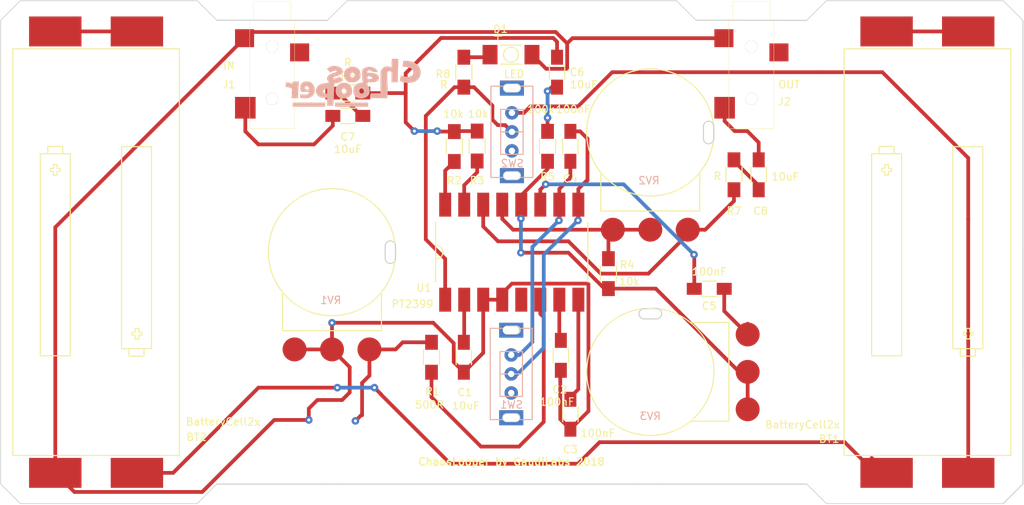
<source format=kicad_pcb>
(kicad_pcb (version 20171130) (host pcbnew "(5.1.12)-1")
  (layers (0 F.Cu signal) (31 B.Cu signal) (34 B.Paste user hide) (35 F.Paste user hide) (36 B.SilkS user hide) (37 F.SilkS user hide) (38 B.Mask user hide) (39 F.Mask user hide) (44 Edge.Cuts user))
  (net 0 "")
  (net 1 GND)
  (net 2 "Net-(C6-Pad2)")
  (net 3 "Net-(C6-Pad1)")
  (net 4 "Net-(C7-Pad2)")
  (net 5 "Net-(C7-Pad1)")
  (net 6 "Net-(C8-Pad1)")
  (net 7 "Net-(C8-Pad2)")
  (net 8 "Net-(R4-Pad1)")
  (net 9 "Net-(J1-Pad2)")
  (net 10 "Net-(J2-Pad2)")
  (net 11 "Net-(BT1-Pad2)")
  (net 12 "Net-(BT2-Pad2)")
  (net 13 "Net-(C5-Pad1)")
  (net 14 "Net-(R1-Pad1)")
  (net 15 "Net-(R4-Pad2)")
  (net 16 "Net-(R7-Pad2)")
  (net 17 "Net-(C1-Pad1)")
  (net 18 "Net-(C2-Pad2)")
  (net 19 "Net-(C3-Pad2)")
  (net 20 "Net-(C4-Pad1)")
  (net 21 "Net-(C4-Pad2)")
  (net 22 "Net-(C5-Pad2)")
  (net 23 "Net-(R1-Pad2)")
  (net 24 "Net-(R2-Pad2)")
  (net 25 "Net-(R3-Pad2)")
  (net 26 "Net-(BT1-Pad1)")
  (net 27 VCC)
  (net 28 "Net-(D1-Pad2)")
  (net 29 "Net-(BT1-Pad4)")
  (net 30 "Net-(SW2-Pad3)")
  (net 31 "Net-(U1-Pad5)")
  (net 32 "Net-(SW1-Pad3)")
  (module GaudiLabsFootPrints:SWITCH_SLIDE (layer B.Cu) (at 139.93 116.28 270)
    (fp_text reference SW1 (at 4.116 -0.024) (layer B.SilkS) (effects (justify mirror)))
    (fp_text value Switch)
    (pad "" thru_hole rect (at -5.85 0 180) (size 3.2 2) (drill oval 2.2 1) (layers *.Cu *.Mask))
    (pad "" thru_hole rect (at 5.85 0 180) (size 3.2 2) (drill oval 2.2 1) (layers *.Cu *.Mask))
    (pad 3 thru_hole circle (at 2.54 0 180) (size 1.8 1.8) (drill 0.85) (layers *.Cu *.Mask) (net 32 "Net-(SW1-Pad3)"))
    (pad 1 thru_hole circle (at -2.54 0 270) (size 1.8 1.8) (drill 0.85) (layers *.Cu *.Mask) (net 21 "Net-(C4-Pad2)"))
    (pad 2 thru_hole circle (at 0 0 270) (size 1.8 1.8) (drill 0.85) (layers *.Cu *.Mask) (net 20 "Net-(C4-Pad1)"))
  )
  (module GaudiLabsFootPrints:SWITCH_SLIDE (layer B.Cu) (at 140.02 83.92 270)
    (fp_text reference SW2 (at 4.218 -0.061) (layer B.SilkS) (effects (justify mirror)))
    (fp_text value Switch)
    (pad "" thru_hole rect (at -5.85 0 180) (size 3.2 2) (drill oval 2.2 1) (layers *.Cu *.Mask))
    (pad "" thru_hole rect (at 5.85 0 180) (size 3.2 2) (drill oval 2.2 1) (layers *.Cu *.Mask))
    (pad 3 thru_hole circle (at 2.54 0 180) (size 1.8 1.8) (drill 0.85) (layers *.Cu *.Mask) (net 30 "Net-(SW2-Pad3)"))
    (pad 1 thru_hole circle (at -2.54 0 270) (size 1.8 1.8) (drill 0.85) (layers *.Cu *.Mask) (net 26 "Net-(BT1-Pad1)"))
    (pad 2 thru_hole circle (at 0 0 270) (size 1.8 1.8) (drill 0.85) (layers *.Cu *.Mask) (net 27 VCC))
  )
  (module Capacitors_SMD:C_1206_HandSoldering (layer F.Cu) (at 133.604 114.046 270)
    (fp_text reference C1 (at 4.699 -0.127) (layer F.SilkS))
    (fp_text value 10uF (at 6.477 -0.254) (layer F.SilkS))
    (pad 2 smd rect (at 2 0 270) (size 2 1.6) (layers F.Cu F.Paste F.Mask) (net 1 GND))
    (pad 1 smd rect (at -2 0 270) (size 2 1.6) (layers F.Cu F.Paste F.Mask) (net 17 "Net-(C1-Pad1)"))
  )
  (module Capacitors_SMD:C_1206_HandSoldering (layer F.Cu) (at 146.558 113.792 90)
    (fp_text reference C2 (at -4.572 -0.127 180) (layer F.SilkS))
    (fp_text value 100nF (at -6.223 -0.508 180) (layer F.SilkS))
    (pad 1 smd rect (at -2 0 90) (size 2 1.6) (layers F.Cu F.Paste F.Mask) (net 1 GND))
    (pad 2 smd rect (at 2 0 90) (size 2 1.6) (layers F.Cu F.Paste F.Mask) (net 18 "Net-(C2-Pad2)"))
  )
  (module Capacitors_SMD:C_1206_HandSoldering (layer F.Cu) (at 147.828 121.666 90)
    (fp_text reference C3 (at -4.699 0 180) (layer F.SilkS))
    (fp_text value 100nF (at -2.534 3.672 180) (layer F.SilkS))
    (pad 1 smd rect (at -2 0 90) (size 2 1.6) (layers F.Cu F.Paste F.Mask) (net 1 GND))
    (pad 2 smd rect (at 2 0 90) (size 2 1.6) (layers F.Cu F.Paste F.Mask) (net 19 "Net-(C3-Pad2)"))
  )
  (module Capacitors_SMD:C_1206_HandSoldering (layer F.Cu) (at 147.828 85.852 270)
    (fp_text reference C4 (at 4.318 0) (layer F.SilkS))
    (fp_text value 100nF (at -4.952 -0.372) (layer F.SilkS))
    (pad 1 smd rect (at -2 0 270) (size 2 1.6) (layers F.Cu F.Paste F.Mask) (net 20 "Net-(C4-Pad1)"))
    (pad 2 smd rect (at 2 0 270) (size 2 1.6) (layers F.Cu F.Paste F.Mask) (net 21 "Net-(C4-Pad2)"))
  )
  (module Capacitors_SMD:C_1206_HandSoldering (layer F.Cu) (at 166.37 104.902 180)
    (fp_text reference C5 (at 0 -2.3 180) (layer F.SilkS))
    (fp_text value 100nF (at 0 2.3 180) (layer F.SilkS))
    (pad 2 smd rect (at 2 0 180) (size 2 1.6) (layers F.Cu F.Paste F.Mask) (net 22 "Net-(C5-Pad2)"))
    (pad 1 smd rect (at -2 0 180) (size 2 1.6) (layers F.Cu F.Paste F.Mask) (net 13 "Net-(C5-Pad1)"))
  )
  (module Capacitors_SMD:C_1206_HandSoldering (layer F.Cu) (at 146.05 75.946 270)
    (fp_text reference C6 (at 0 -2.667) (layer F.SilkS))
    (fp_text value 10uF (at 1.651 -3.556) (layer F.SilkS))
    (pad 2 smd rect (at 2 0 270) (size 2 1.6) (layers F.Cu F.Paste F.Mask) (net 2 "Net-(C6-Pad2)"))
    (pad 1 smd rect (at -2 0 270) (size 2 1.6) (layers F.Cu F.Paste F.Mask) (net 3 "Net-(C6-Pad1)"))
  )
  (module Capacitors_SMD:C_1206_HandSoldering (layer F.Cu) (at 118.11 81.788)
    (fp_text reference C7 (at 0 2.794) (layer F.SilkS))
    (fp_text value 10uF (at 0 4.445) (layer F.SilkS))
    (pad 2 smd rect (at 2 0) (size 2 1.6) (layers F.Cu F.Paste F.Mask) (net 4 "Net-(C7-Pad2)"))
    (pad 1 smd rect (at -2 0) (size 2 1.6) (layers F.Cu F.Paste F.Mask) (net 5 "Net-(C7-Pad1)"))
  )
  (module Capacitors_SMD:C_1206_HandSoldering (layer F.Cu) (at 172.974 89.662 270)
    (fp_text reference C8 (at 4.826 -0.254) (layer F.SilkS))
    (fp_text value 10uF (at 0.254 -3.556) (layer F.SilkS))
    (pad 1 smd rect (at -2 0 270) (size 2 1.6) (layers F.Cu F.Paste F.Mask) (net 6 "Net-(C8-Pad1)"))
    (pad 2 smd rect (at 2 0 270) (size 2 1.6) (layers F.Cu F.Paste F.Mask) (net 7 "Net-(C8-Pad2)"))
  )
  (module Resistors_SMD:R_1206_HandSoldering (layer F.Cu) (at 129.286 114.046 270)
    (fp_text reference R1 (at 4.572 -0.127) (layer F.SilkS))
    (fp_text value 500R (at 6.35 0.254) (layer F.SilkS))
    (pad 2 smd rect (at 2 0 270) (size 2 1.7) (layers F.Cu F.Paste F.Mask) (net 23 "Net-(R1-Pad2)"))
    (pad 1 smd rect (at -2 0 270) (size 2 1.7) (layers F.Cu F.Paste F.Mask) (net 14 "Net-(R1-Pad1)"))
  )
  (module Resistors_SMD:R_1206_HandSoldering (layer F.Cu) (at 132.334 85.884 270)
    (fp_text reference R2 (at 4.54 0) (layer F.SilkS))
    (fp_text value 10k (at -4.35 0.127) (layer F.SilkS))
    (pad 2 smd rect (at 2 0 270) (size 2 1.7) (layers F.Cu F.Paste F.Mask) (net 24 "Net-(R2-Pad2)"))
    (pad 1 smd rect (at -2 0 270) (size 2 1.7) (layers F.Cu F.Paste F.Mask) (net 3 "Net-(C6-Pad1)"))
  )
  (module Resistors_SMD:R_1206_HandSoldering (layer F.Cu) (at 135.382 85.82 270)
    (fp_text reference R3 (at 4.604 0) (layer F.SilkS))
    (fp_text value 10k (at -4.286 -0.127) (layer F.SilkS))
    (pad 1 smd rect (at -2 0 270) (size 2 1.7) (layers F.Cu F.Paste F.Mask) (net 3 "Net-(C6-Pad1)"))
    (pad 2 smd rect (at 2 0 270) (size 2 1.7) (layers F.Cu F.Paste F.Mask) (net 25 "Net-(R3-Pad2)"))
  )
  (module Resistors_SMD:R_1206_HandSoldering (layer F.Cu) (at 152.908 102.87 90)
    (fp_text reference R4 (at 1.17 2.492 180) (layer F.SilkS))
    (fp_text value 10k (at -1.03 2.792 180) (layer F.SilkS))
    (pad 1 smd rect (at -2 0 90) (size 2 1.7) (layers F.Cu F.Paste F.Mask) (net 8 "Net-(R4-Pad1)"))
    (pad 2 smd rect (at 2 0 90) (size 2 1.7) (layers F.Cu F.Paste F.Mask) (net 15 "Net-(R4-Pad2)"))
  )
  (module Resistors_SMD:R_1206_HandSoldering (layer F.Cu) (at 144.78 85.852 270)
    (fp_text reference R5 (at 4.064 0) (layer F.SilkS))
    (fp_text value 100k (at -4.952 0.88) (layer F.SilkS))
    (pad 1 smd rect (at -2 0 270) (size 2 1.7) (layers F.Cu F.Paste F.Mask) (net 2 "Net-(C6-Pad2)"))
    (pad 2 smd rect (at 2 0 270) (size 2 1.7) (layers F.Cu F.Paste F.Mask) (net 8 "Net-(R4-Pad1)"))
  )
  (module Resistors_SMD:R_1206_HandSoldering (layer F.Cu) (at 118.11 78.74)
    (fp_text reference R6 (at 0 -2.3) (layer F.SilkS))
    (fp_text value R (at 0 -4.064) (layer F.SilkS))
    (pad 1 smd rect (at -2 0) (size 2 1.7) (layers F.Cu F.Paste F.Mask) (net 4 "Net-(C7-Pad2)"))
    (pad 2 smd rect (at 2 0) (size 2 1.7) (layers F.Cu F.Paste F.Mask) (net 3 "Net-(C6-Pad1)"))
  )
  (module Resistors_SMD:R_1206_HandSoldering (layer F.Cu) (at 169.672 89.662 270)
    (fp_text reference R7 (at 4.826 0) (layer F.SilkS))
    (fp_text value R (at 0.18288 2.20472) (layer F.SilkS))
    (pad 2 smd rect (at 2 0 270) (size 2 1.7) (layers F.Cu F.Paste F.Mask) (net 16 "Net-(R7-Pad2)"))
    (pad 1 smd rect (at -2 0 270) (size 2 1.7) (layers F.Cu F.Paste F.Mask) (net 7 "Net-(C8-Pad2)"))
  )
  (module Resistors_SMD:R_1206_HandSoldering (layer F.Cu) (at 133.604 75.946 270)
    (fp_text reference R8 (at 0.254 2.794) (layer F.SilkS))
    (fp_text value R (at 1.651 2.667) (layer F.SilkS))
    (pad 1 smd rect (at -2 0 270) (size 2 1.7) (layers F.Cu F.Paste F.Mask) (net 28 "Net-(D1-Pad2)"))
    (pad 2 smd rect (at 2 0 270) (size 2 1.7) (layers F.Cu F.Paste F.Mask) (net 27 VCC))
  )
  (module GaudiLabsFootPrints:PLUG3_5_SwitchCraft_2B (layer F.Cu) (at 108 69)
    (fp_text reference J1 (at -5.765 8.597) (layer F.SilkS))
    (fp_text value IN (at -5.765 6.057) (layer F.SilkS))
    (pad 3 smd rect (at -3.575 11.7) (size 2.75 2.9) (layers F.Cu F.Paste F.Mask) (net 5 "Net-(C7-Pad1)"))
    (pad 1 smd rect (at -3.675 2.4) (size 2.55 2.4) (layers F.Cu F.Paste F.Mask) (net 1 GND))
    (pad 2 smd rect (at 3.675 4.3) (size 2.55 2.4) (layers F.Cu F.Paste F.Mask) (net 9 "Net-(J1-Pad2)"))
    (pad "" thru_hole circle (at 0 3.5) (size 1.6 1.6) (drill 1.6) (layers *.Cu *.Mask F.SilkS))
    (pad "" thru_hole circle (at 0 10.5) (size 1.6 1.6) (drill 1.6) (layers *.Cu *.Mask F.SilkS))
  )
  (module GaudiLabsFootPrints:PLUG3_5_SwitchCraft_2B (layer F.Cu) (at 172 69)
    (fp_text reference J2 (at 4.403 10.883) (layer F.SilkS))
    (fp_text value OUT (at 5.038 8.597) (layer F.SilkS))
    (pad 3 smd rect (at -3.575 11.7) (size 2.75 2.9) (layers F.Cu F.Paste F.Mask) (net 6 "Net-(C8-Pad1)"))
    (pad 1 smd rect (at -3.675 2.4) (size 2.55 2.4) (layers F.Cu F.Paste F.Mask) (net 1 GND))
    (pad 2 smd rect (at 3.675 4.3) (size 2.55 2.4) (layers F.Cu F.Paste F.Mask) (net 10 "Net-(J2-Pad2)"))
    (pad "" thru_hole circle (at 0 3.5) (size 1.6 1.6) (drill 1.6) (layers *.Cu *.Mask F.SilkS))
    (pad "" thru_hole circle (at 0 10.5) (size 1.6 1.6) (drill 1.6) (layers *.Cu *.Mask F.SilkS))
  )
  (module GaudiLabsFootPrints:BAT_HOLDER_AAA_DOUBLE (layer F.Cu) (at 84.5 100 270)
    (fp_text reference BT2 (at 24.714 -13.417) (layer F.SilkS))
    (fp_text value BatteryCell2x (at 22.682 -16.973) (layer F.SilkS))
    (pad 2 smd rect (at -29.5 -5.45 270) (size 4 7) (layers F.Cu F.Paste F.Mask) (net 12 "Net-(BT2-Pad2)"))
    (pad 1 smd rect (at 29.5 -5.45 270) (size 4 7) (layers F.Cu F.Paste F.Mask) (net 29 "Net-(BT1-Pad4)"))
    (pad 3 smd rect (at -29.5 5.45 270) (size 4 7) (layers F.Cu F.Paste F.Mask) (net 12 "Net-(BT2-Pad2)"))
    (pad 4 smd rect (at 29.5 5.45 270) (size 4 7) (layers F.Cu F.Paste F.Mask) (net 1 GND))
  )
  (module GaudiLabsFootPrints:BAT_HOLDER_AAA_DOUBLE (layer F.Cu) (at 195.5 100 270)
    (fp_text reference BT1 (at 24.968 13.128) (layer F.SilkS))
    (fp_text value BatteryCell2x (at 23.063 16.684) (layer F.SilkS))
    (pad 2 smd rect (at -29.5 -5.45 270) (size 4 7) (layers F.Cu F.Paste F.Mask) (net 11 "Net-(BT1-Pad2)"))
    (pad 1 smd rect (at 29.5 -5.45 270) (size 4 7) (layers F.Cu F.Paste F.Mask) (net 26 "Net-(BT1-Pad1)"))
    (pad 3 smd rect (at -29.5 5.45 270) (size 4 7) (layers F.Cu F.Paste F.Mask) (net 11 "Net-(BT1-Pad2)"))
    (pad 4 smd rect (at 29.5 5.45 270) (size 4 7) (layers F.Cu F.Paste F.Mask) (net 29 "Net-(BT1-Pad4)"))
  )
  (module GaudiLabsFootPrints:DIL16_SMD (layer F.Cu) (at 140 100)
    (fp_text reference U1 (at -11.73 4.775) (layer F.SilkS))
    (fp_text value PT2399 (at -13.254 6.934) (layer F.SilkS))
    (pad 16 smd rect (at -8.89 -6.35) (size 1.6 3.2) (layers F.Cu F.Paste F.Mask) (net 24 "Net-(R2-Pad2)"))
    (pad 15 smd rect (at -6.35 -6.35) (size 1.6 3.2) (layers F.Cu F.Paste F.Mask) (net 25 "Net-(R3-Pad2)"))
    (pad 14 smd rect (at -3.81 -6.35) (size 1.6 3.2) (layers F.Cu F.Paste F.Mask) (net 16 "Net-(R7-Pad2)"))
    (pad 13 smd rect (at -1.27 -6.35) (size 1.6 3.2) (layers F.Cu F.Paste F.Mask) (net 15 "Net-(R4-Pad2)"))
    (pad 12 smd rect (at 1.27 -6.35) (size 1.6 3.2) (layers F.Cu F.Paste F.Mask) (net 8 "Net-(R4-Pad1)"))
    (pad 11 smd rect (at 3.81 -6.35) (size 1.6 3.2) (layers F.Cu F.Paste F.Mask) (net 22 "Net-(C5-Pad2)"))
    (pad 10 smd rect (at 6.35 -6.35) (size 1.6 3.2) (layers F.Cu F.Paste F.Mask) (net 21 "Net-(C4-Pad2)"))
    (pad 9 smd rect (at 8.89 -6.35) (size 1.6 3.2) (layers F.Cu F.Paste F.Mask) (net 20 "Net-(C4-Pad1)"))
    (pad 8 smd rect (at 8.89 6.35) (size 1.6 3.2) (layers F.Cu F.Paste F.Mask) (net 19 "Net-(C3-Pad2)"))
    (pad 7 smd rect (at 6.35 6.35) (size 1.6 3.2) (layers F.Cu F.Paste F.Mask) (net 18 "Net-(C2-Pad2)"))
    (pad 6 smd rect (at 3.81 6.35) (size 1.6 3.2) (layers F.Cu F.Paste F.Mask) (net 23 "Net-(R1-Pad2)"))
    (pad 5 smd rect (at 1.27 6.35) (size 1.6 3.2) (layers F.Cu F.Paste F.Mask) (net 31 "Net-(U1-Pad5)"))
    (pad 4 smd rect (at -1.27 6.35) (size 1.6 3.2) (layers F.Cu F.Paste F.Mask) (net 1 GND))
    (pad 3 smd rect (at -3.81 6.35) (size 1.6 3.2) (layers F.Cu F.Paste F.Mask) (net 1 GND))
    (pad 1 smd rect (at -8.89 6.35) (size 1.6 3.2) (layers F.Cu F.Paste F.Mask) (net 27 VCC))
    (pad 2 smd rect (at -6.35 6.35) (size 1.6 3.2) (layers F.Cu F.Paste F.Mask) (net 17 "Net-(C1-Pad1)"))
  )
  (module GaudiLabsFootPrints:POTI_PCB (layer B.Cu) (at 116 100 180)
    (fp_text reference RV1 (at 0.176 -6.426 180) (layer B.SilkS) (effects (justify mirror)))
    (fp_text value SPEED_POT)
    (pad 1 smd circle (at -5 -13 180) (size 3.2 3.2) (layers F.Cu F.Paste F.Mask) (net 14 "Net-(R1-Pad1)"))
    (pad 3 smd circle (at 5 -13 180) (size 3.2 3.2) (layers F.Cu F.Paste F.Mask) (net 1 GND))
    (pad 2 smd circle (at 0 -13 180) (size 3.2 3.2) (layers F.Cu F.Paste F.Mask) (net 1 GND))
    (pad "" np_thru_hole circle (at -0.1 0.1 180) (size 7 7) (drill 7) (layers *.Cu *.Mask))
  )
  (module GaudiLabsFootPrints:POTI_PCB (layer B.Cu) (at 158.5 84 180)
    (fp_text reference RV2 (at 0.176 -6.426 180) (layer B.SilkS) (effects (justify mirror)))
    (fp_text value VOL_POT)
    (pad 1 smd circle (at -5 -13 180) (size 3.2 3.2) (layers F.Cu F.Paste F.Mask) (net 16 "Net-(R7-Pad2)"))
    (pad 3 smd circle (at 5 -13 180) (size 3.2 3.2) (layers F.Cu F.Paste F.Mask) (net 15 "Net-(R4-Pad2)"))
    (pad 2 smd circle (at 0 -13 180) (size 3.2 3.2) (layers F.Cu F.Paste F.Mask) (net 15 "Net-(R4-Pad2)"))
    (pad "" np_thru_hole circle (at -0.1 0.1 180) (size 7 7) (drill 7) (layers *.Cu *.Mask))
  )
  (module GaudiLabsFootPrints:POTI_PCB (layer B.Cu) (at 158.5 116 270)
    (fp_text reference RV3 (at 5.92 0.004) (layer B.SilkS) (effects (justify mirror)))
    (fp_text value POT)
    (pad 1 smd circle (at -5 -13 270) (size 3.2 3.2) (layers F.Cu F.Paste F.Mask) (net 13 "Net-(C5-Pad1)"))
    (pad 3 smd circle (at 5 -13 270) (size 3.2 3.2) (layers F.Cu F.Paste F.Mask) (net 8 "Net-(R4-Pad1)"))
    (pad 2 smd circle (at 0 -13 270) (size 3.2 3.2) (layers F.Cu F.Paste F.Mask) (net 8 "Net-(R4-Pad1)"))
    (pad "" np_thru_hole circle (at -0.1 0.1 270) (size 7 7) (drill 7) (layers *.Cu *.Mask))
  )
  (module GaudiLabsLogos:ChaosFront (layer B.Cu) (at 140.081 99.949 180)
    (fp_text reference G*** hide)
    (fp_text value LOGO hide)
  )
  (module GaudiLabsLogos:ChaosFrameM (layer F.Cu) (at 140 100)
    (fp_text reference G*** hide)
    (fp_text value LOGO hide)
  )
  (module GaudiLabsLogos:ChaosLogo (layer B.Cu) (at 118.999 77.47 180)
    (fp_text reference G*** hide)
    (fp_text value LOGO hide)
  )
  (module GaudiLabsFootPrints:TOPLED_R (layer F.Cu) (at 139.9 73.6 90)
    (fp_text reference D1 (at 3.429 -1.397 180) (layer F.SilkS))
    (fp_text value LED (at -2.6 0.4 180) (layer F.SilkS))
    (pad 2 smd rect (at 0 -2.8 90) (size 2.6 2) (layers F.Cu F.Paste F.Mask) (net 28 "Net-(D1-Pad2)"))
    (pad 1 smd rect (at 0 2.8 90) (size 2.6 2) (layers F.Cu F.Paste F.Mask) (net 1 GND))
  )
  (gr_line (start 117.5 131) (end 114.5 131) (layer Edge.Cuts) (width 0.15))
  (gr_line (start 160 131) (end 157 131) (layer Edge.Cuts) (width 0.15))
  (gr_line (start 208.2511 130.97318) (end 205.6261 133.59819) (layer Edge.Cuts) (width 0.15))
  (gr_line (start 115.37391 69.023183) (end 100.6 69) (angle 90) (layer Edge.Cuts) (width 0.15))
  (gr_line (start 164.6 69) (end 179.3761 69.023183) (angle 90) (layer Edge.Cuts) (width 0.15))
  (gr_line (start 208.25 69.1) (end 208.2511 130.97318) (angle 90) (layer Edge.Cuts) (width 0.15))
  (gr_line (start 160 131) (end 179.4 131) (angle 90) (layer Edge.Cuts) (width 0.15))
  (gr_line (start 117.5 131) (end 157 131) (angle 90) (layer Edge.Cuts) (width 0.15))
  (gr_line (start 100.6 131) (end 114.5 131) (angle 90) (layer Edge.Cuts) (width 0.15))
  (gr_arc (start 140.63472 78.05928) (end 140.59916 77.52588) (angle 186.9689177) (layer Edge.Cuts) (width 0.15))
  (gr_arc (start 139.4206 78.06944) (end 139.43584 78.60284) (angle 184.4521337) (layer Edge.Cuts) (width 0.15))
  (gr_line (start 139.45616 77.53604) (end 140.6144 77.52588) (layer Edge.Cuts) (width 0.15))
  (gr_line (start 140.59916 78.59776) (end 139.40028 78.60792) (layer Edge.Cuts) (width 0.15))
  (gr_line (start 140.59916 90.30716) (end 139.40028 90.31732) (layer Edge.Cuts) (width 0.15))
  (gr_line (start 139.45616 89.24544) (end 140.6144 89.23528) (layer Edge.Cuts) (width 0.15))
  (gr_arc (start 139.4206 89.77884) (end 139.43584 90.31224) (angle 184.4521337) (layer Edge.Cuts) (width 0.15))
  (gr_arc (start 140.63472 89.76868) (end 140.59916 89.23528) (angle 186.9689177) (layer Edge.Cuts) (width 0.15))
  (gr_arc (start 140.53312 122.10796) (end 140.49756 121.57456) (angle 186.9689177) (layer Edge.Cuts) (width 0.15))
  (gr_arc (start 139.319 122.11812) (end 139.33424 122.65152) (angle 184.4521337) (layer Edge.Cuts) (width 0.15))
  (gr_line (start 139.35456 121.58472) (end 140.5128 121.57456) (layer Edge.Cuts) (width 0.15))
  (gr_line (start 140.49756 122.64644) (end 139.29868 122.6566) (layer Edge.Cuts) (width 0.15))
  (gr_line (start 140.56868 110.94212) (end 139.3698 110.95228) (layer Edge.Cuts) (width 0.15))
  (gr_line (start 139.42568 109.8804) (end 140.58392 109.87024) (layer Edge.Cuts) (width 0.15))
  (gr_arc (start 139.39012 110.4138) (end 139.40536 110.9472) (angle 184.4521337) (layer Edge.Cuts) (width 0.15))
  (gr_arc (start 140.60424 110.40364) (end 140.56868 109.87024) (angle 186.9689177) (layer Edge.Cuts) (width 0.15))
  (gr_line (start 157.65526 107.56138) (end 159.33166 107.54106) (layer Edge.Cuts) (width 0.15))
  (gr_line (start 157.65526 108.91774) (end 159.33166 108.91774) (layer Edge.Cuts) (width 0.15))
  (gr_arc (start 159.327596 108.227115) (end 159.332676 107.546395) (angle 177.9474511) (layer Edge.Cuts) (width 0.15))
  (gr_arc (start 157.66542 108.23702) (end 157.66542 108.91266) (angle 177.9249736) (layer Edge.Cuts) (width 0.15))
  (gr_arc (start 123.78436 99.17176) (end 123.10872 99.17176) (angle 177.9249736) (layer Edge.Cuts) (width 0.15))
  (gr_arc (start 123.794265 100.833936) (end 124.474985 100.839016) (angle 177.9474511) (layer Edge.Cuts) (width 0.15))
  (gr_line (start 123.10364 99.1616) (end 123.10364 100.838) (layer Edge.Cuts) (width 0.15))
  (gr_line (start 124.46 99.1616) (end 124.48032 100.838) (layer Edge.Cuts) (width 0.15))
  (gr_line (start 166.9542 83.16468) (end 166.97452 84.84108) (layer Edge.Cuts) (width 0.15))
  (gr_line (start 165.59784 83.16468) (end 165.59784 84.84108) (layer Edge.Cuts) (width 0.15))
  (gr_arc (start 166.288465 84.837016) (end 166.969185 84.842096) (angle 177.9474511) (layer Edge.Cuts) (width 0.15))
  (gr_arc (start 166.27856 83.17484) (end 165.60292 83.17484) (angle 177.9249736) (layer Edge.Cuts) (width 0.15))
  (gr_text "ChaosLooper by GaudiLabs 2018" (at 139.954 128.016) (layer F.SilkS) (effects (font (size 1 1) (thickness 0.2))))
  (gr_line (start 98.001095 133.59819) (end 100.626091 130.97318) (layer Edge.Cuts) (width 0.1))
  (gr_line (start 74.376094 133.59819) (end 98.001095 133.59819) (layer Edge.Cuts) (width 0.1))
  (gr_line (start 71.751095 130.97318) (end 74.376094 133.59819) (layer Edge.Cuts) (width 0.1))
  (gr_line (start 71.751095 69.023183) (end 71.751095 130.97318) (layer Edge.Cuts) (width 0.1))
  (gr_line (start 74.376094 66.398184) (end 71.751095 69.023183) (layer Edge.Cuts) (width 0.1))
  (gr_line (start 98.001095 66.398184) (end 74.376094 66.398184) (layer Edge.Cuts) (width 0.1))
  (gr_line (start 100.626094 69.023183) (end 98.001095 66.398184) (layer Edge.Cuts) (width 0.1))
  (gr_line (start 118.026094 66.398184) (end 115.37391 69.023183) (layer Edge.Cuts) (width 0.1))
  (gr_line (start 162.00109 66.398184) (end 118.026094 66.398184) (layer Edge.Cuts) (width 0.1))
  (gr_line (start 164.62609 69.023183) (end 162.00109 66.398184) (layer Edge.Cuts) (width 0.1))
  (gr_line (start 182.00109 66.398184) (end 179.3761 69.023183) (layer Edge.Cuts) (width 0.1))
  (gr_line (start 205.62609 66.398184) (end 182.00109 66.398184) (layer Edge.Cuts) (width 0.1))
  (gr_line (start 208.25109 69.023183) (end 205.62609 66.398184) (layer Edge.Cuts) (width 0.1))
  (gr_line (start 182.0011 133.59819) (end 205.6261 133.59819) (layer Edge.Cuts) (width 0.1))
  (gr_line (start 179.3761 130.97318) (end 182.0011 133.59819) (layer Edge.Cuts) (width 0.1))
  (segment (start 112.903 122.428) (end 112.903 122.682) (width 0.5) (layer F.Cu) (net 1))
  (segment (start 112.903 120.904) (end 112.903 122.428) (width 0.5) (layer F.Cu) (net 1))
  (via (at 112.903 122.428) (size 1) (drill 0.4) (layers F.Cu B.Cu) (net 1))
  (segment (start 114.046 119.761) (end 112.903 120.904) (width 0.5) (layer F.Cu) (net 1))
  (segment (start 117.348 119.761) (end 114.046 119.761) (width 0.5) (layer F.Cu) (net 1))
  (segment (start 118.364 118.745) (end 117.348 119.761) (width 0.5) (layer F.Cu) (net 1))
  (segment (start 118.364 115.364) (end 118.364 118.745) (width 0.5) (layer F.Cu) (net 1))
  (segment (start 116 113) (end 118.364 115.364) (width 0.5) (layer F.Cu) (net 1))
  (segment (start 116 113) (end 116 109.44) (width 0.5) (layer F.Cu) (net 1))
  (via (at 116 109.44) (size 1) (drill 0.4) (layers F.Cu B.Cu) (net 1))
  (segment (start 111 113) (end 116 113) (width 0.5) (layer F.Cu) (net 1))
  (segment (start 108.288103 122.428) (end 112.903 122.428) (width 0.5) (layer F.Cu) (net 1))
  (segment (start 98.666102 132.050001) (end 108.288103 122.428) (width 0.5) (layer F.Cu) (net 1))
  (segment (start 81.600001 132.050001) (end 98.666102 132.050001) (width 0.5) (layer F.Cu) (net 1))
  (segment (start 79.05 129.5) (end 81.600001 132.050001) (width 0.5) (layer F.Cu) (net 1))
  (segment (start 136.19 113.46) (end 136.19 106.35) (width 0.5) (layer F.Cu) (net 1))
  (segment (start 133.604 116.046) (end 136.19 113.46) (width 0.5) (layer F.Cu) (net 1))
  (segment (start 136.19 106.35) (end 138.73 106.35) (width 0.5) (layer F.Cu) (net 1))
  (segment (start 129.520002 109.44) (end 116 109.44) (width 0.5) (layer F.Cu) (net 1))
  (segment (start 132.253999 112.173997) (end 129.520002 109.44) (width 0.5) (layer F.Cu) (net 1))
  (segment (start 132.253999 114.695999) (end 132.253999 112.173997) (width 0.5) (layer F.Cu) (net 1))
  (segment (start 133.604 116.046) (end 132.253999 114.695999) (width 0.5) (layer F.Cu) (net 1))
  (segment (start 146.477999 122.315999) (end 147.828 123.666) (width 0.5) (layer F.Cu) (net 1))
  (segment (start 146.477999 115.872001) (end 146.477999 122.315999) (width 0.5) (layer F.Cu) (net 1))
  (segment (start 146.558 115.792) (end 146.477999 115.872001) (width 0.5) (layer F.Cu) (net 1))
  (segment (start 138.73 105.499998) (end 138.73 106.35) (width 0.5) (layer F.Cu) (net 1))
  (segment (start 140.029999 104.199999) (end 138.73 105.499998) (width 0.5) (layer F.Cu) (net 1))
  (segment (start 150.130001 104.199999) (end 140.029999 104.199999) (width 0.5) (layer F.Cu) (net 1))
  (segment (start 150.240001 104.309999) (end 150.130001 104.199999) (width 0.5) (layer F.Cu) (net 1))
  (segment (start 150.240001 121.253999) (end 150.240001 104.309999) (width 0.5) (layer F.Cu) (net 1))
  (segment (start 147.828 123.666) (end 150.240001 121.253999) (width 0.5) (layer F.Cu) (net 1))
  (segment (start 147.290001 75.496001) (end 144.596001 75.496001) (width 0.5) (layer F.Cu) (net 1))
  (segment (start 144.596001 75.496001) (end 142.7 73.6) (width 0.5) (layer F.Cu) (net 1))
  (segment (start 147.400001 75.386001) (end 147.290001 75.496001) (width 0.5) (layer F.Cu) (net 1))
  (segment (start 147.400001 72.100617) (end 147.400001 75.386001) (width 0.5) (layer F.Cu) (net 1))
  (segment (start 145.873374 70.57399) (end 147.400001 72.100617) (width 0.5) (layer F.Cu) (net 1))
  (segment (start 105.15101 70.57399) (end 145.873374 70.57399) (width 0.5) (layer F.Cu) (net 1))
  (segment (start 104.325 71.4) (end 105.15101 70.57399) (width 0.5) (layer F.Cu) (net 1))
  (segment (start 148.100618 71.4) (end 147.400001 72.100617) (width 0.5) (layer F.Cu) (net 1))
  (segment (start 168.325 71.4) (end 148.100618 71.4) (width 0.5) (layer F.Cu) (net 1))
  (segment (start 79.05 96.675) (end 79.05 129.5) (width 0.5) (layer F.Cu) (net 1))
  (segment (start 104.325 71.4) (end 79.05 96.675) (width 0.5) (layer F.Cu) (net 1))
  (segment (start 144.78 83.852) (end 144.78 82.042) (width 0.5) (layer F.Cu) (net 2))
  (segment (start 144.78 78.486) (end 145.32 77.946) (width 0.5) (layer F.Cu) (net 2))
  (via (at 144.78 78.486) (size 1) (drill 0.4) (layers F.Cu B.Cu) (net 2))
  (segment (start 144.78 82.042) (end 144.78 78.486) (width 0.5) (layer B.Cu) (net 2))
  (via (at 144.78 82.042) (size 1) (drill 0.4) (layers F.Cu B.Cu) (net 2))
  (segment (start 145.32 77.946) (end 146.05 77.946) (width 0.5) (layer F.Cu) (net 2))
  (segment (start 132.334 83.884) (end 130.112 83.884) (width 0.5) (layer F.Cu) (net 3))
  (segment (start 125.84 82.66) (end 125.84 78.74) (width 0.5) (layer F.Cu) (net 3))
  (segment (start 127 83.82) (end 125.84 82.66) (width 0.5) (layer F.Cu) (net 3))
  (via (at 127 83.82) (size 1) (drill 0.4) (layers F.Cu B.Cu) (net 3))
  (segment (start 130.048 83.82) (end 127 83.82) (width 0.5) (layer B.Cu) (net 3))
  (via (at 130.048 83.82) (size 1) (drill 0.4) (layers F.Cu B.Cu) (net 3))
  (segment (start 130.112 83.884) (end 130.048 83.82) (width 0.5) (layer F.Cu) (net 3))
  (segment (start 130.556 71.374) (end 125.84 76.09) (width 0.5) (layer F.Cu) (net 3))
  (segment (start 146.05 73.946) (end 146.05 71.882) (width 0.5) (layer F.Cu) (net 3))
  (segment (start 146.05 71.882) (end 145.542 71.374) (width 0.5) (layer F.Cu) (net 3))
  (segment (start 145.542 71.374) (end 130.556 71.374) (width 0.5) (layer F.Cu) (net 3))
  (segment (start 125.84 76.09) (end 125.84 78.74) (width 0.5) (layer F.Cu) (net 3))
  (segment (start 125.84 78.74) (end 120.11 78.74) (width 0.5) (layer F.Cu) (net 3))
  (segment (start 135.382 83.82) (end 132.398 83.82) (width 0.5) (layer F.Cu) (net 3))
  (segment (start 132.398 83.82) (end 132.334 83.884) (width 0.5) (layer F.Cu) (net 3))
  (segment (start 116.11 78.74) (end 116.862 78.74) (width 0.5) (layer F.Cu) (net 4))
  (segment (start 116.862 78.74) (end 119.91 81.788) (width 0.5) (layer F.Cu) (net 4))
  (segment (start 119.91 81.788) (end 120.11 81.788) (width 0.5) (layer F.Cu) (net 4))
  (segment (start 116.11 81.788) (end 116.11 83.088) (width 0.5) (layer F.Cu) (net 5))
  (segment (start 113.6 85.598) (end 106.172 85.598) (width 0.5) (layer F.Cu) (net 5))
  (segment (start 116.11 83.088) (end 113.6 85.598) (width 0.5) (layer F.Cu) (net 5))
  (segment (start 106.172 85.598) (end 104.425 83.851) (width 0.5) (layer F.Cu) (net 5))
  (segment (start 104.425 83.851) (end 104.425 80.7) (width 0.5) (layer F.Cu) (net 5))
  (segment (start 171.45 83.82) (end 172.974 85.344) (width 0.5) (layer F.Cu) (net 6))
  (segment (start 172.974 85.344) (end 172.974 87.662) (width 0.5) (layer F.Cu) (net 6))
  (segment (start 169.761 83.82) (end 171.45 83.82) (width 0.5) (layer F.Cu) (net 6))
  (segment (start 168.425 80.534) (end 168.425 82.484) (width 0.5) (layer F.Cu) (net 6))
  (segment (start 168.425 82.484) (end 169.761 83.82) (width 0.5) (layer F.Cu) (net 6))
  (segment (start 172.974 91.662) (end 172.974 91.114) (width 0.5) (layer F.Cu) (net 7))
  (segment (start 172.974 91.114) (end 169.672 87.812) (width 0.5) (layer F.Cu) (net 7))
  (segment (start 169.672 87.812) (end 169.672 87.662) (width 0.5) (layer F.Cu) (net 7))
  (segment (start 171.5 116) (end 171.5 121) (width 0.5) (layer F.Cu) (net 8))
  (segment (start 152.908 104.87) (end 152.368 104.87) (width 0.5) (layer F.Cu) (net 8))
  (segment (start 152.368 104.87) (end 147.574 100.076) (width 0.5) (layer F.Cu) (net 8))
  (segment (start 141.27 95.458) (end 141.27 93.65) (width 0.5) (layer F.Cu) (net 8))
  (segment (start 141.224 95.504) (end 141.27 95.458) (width 0.5) (layer F.Cu) (net 8))
  (via (at 141.224 95.504) (size 1) (drill 0.4) (layers F.Cu B.Cu) (net 8))
  (segment (start 141.224 100.076) (end 141.224 95.504) (width 0.5) (layer B.Cu) (net 8))
  (via (at 141.224 100.076) (size 1) (drill 0.4) (layers F.Cu B.Cu) (net 8))
  (segment (start 147.574 100.076) (end 141.224 100.076) (width 0.5) (layer F.Cu) (net 8))
  (segment (start 152.908 104.87) (end 159.226 104.87) (width 0.5) (layer F.Cu) (net 8))
  (segment (start 159.226 104.87) (end 170.356 116) (width 0.5) (layer F.Cu) (net 8))
  (segment (start 170.356 116) (end 171.5 116) (width 0.5) (layer F.Cu) (net 8))
  (segment (start 141.27 93.65) (end 141.27 92.41) (width 0.5) (layer F.Cu) (net 8))
  (segment (start 141.27 92.41) (end 144.78 88.9) (width 0.5) (layer F.Cu) (net 8))
  (segment (start 144.78 88.9) (end 144.78 87.852) (width 0.5) (layer F.Cu) (net 8))
  (segment (start 190.05 70.5) (end 200.95 70.5) (width 0.5) (layer F.Cu) (net 11))
  (segment (start 79.05 70.5) (end 89.95 70.5) (width 0.5) (layer F.Cu) (net 12))
  (segment (start 168.37 104.902) (end 168.37 107.87) (width 0.5) (layer F.Cu) (net 13))
  (segment (start 168.37 107.87) (end 171.5 111) (width 0.5) (layer F.Cu) (net 13))
  (segment (start 171.5 111) (end 171.5 109.556) (width 0.5) (layer F.Cu) (net 13))
  (segment (start 120.015 121.793) (end 119.888 121.793) (width 0.5) (layer F.Cu) (net 14))
  (segment (start 119.888 121.793) (end 119.126 122.555) (width 0.5) (layer F.Cu) (net 14))
  (via (at 119.126 122.555) (size 1) (drill 0.4) (layers F.Cu B.Cu) (net 14))
  (segment (start 120.015 117.475) (end 120.015 121.793) (width 0.5) (layer F.Cu) (net 14))
  (segment (start 121 116.49) (end 120.015 117.475) (width 0.5) (layer F.Cu) (net 14))
  (segment (start 121 115.262741) (end 121 116.49) (width 0.5) (layer F.Cu) (net 14))
  (segment (start 121 113) (end 121 115.262741) (width 0.5) (layer F.Cu) (net 14))
  (segment (start 121 113) (end 124.49 113) (width 0.5) (layer F.Cu) (net 14))
  (segment (start 125.444 112.046) (end 129.286 112.046) (width 0.5) (layer F.Cu) (net 14))
  (segment (start 124.49 113) (end 125.444 112.046) (width 0.5) (layer F.Cu) (net 14))
  (segment (start 153.5 97) (end 140.18 97) (width 0.5) (layer F.Cu) (net 15))
  (segment (start 138.73 95.55) (end 138.73 93.65) (width 0.5) (layer F.Cu) (net 15))
  (segment (start 140.18 97) (end 138.73 95.55) (width 0.5) (layer F.Cu) (net 15))
  (segment (start 158.5 97) (end 153.5 97) (width 0.5) (layer F.Cu) (net 15))
  (segment (start 153.5 97) (end 152.908 97.592) (width 0.5) (layer F.Cu) (net 15))
  (segment (start 152.908 97.592) (end 152.908 100.87) (width 0.5) (layer F.Cu) (net 15))
  (segment (start 163.5 97) (end 163.5 97.612) (width 0.5) (layer F.Cu) (net 16))
  (segment (start 163.5 97.612) (end 158.242 102.87) (width 0.5) (layer F.Cu) (net 16))
  (segment (start 136.19 96.566) (end 136.19 93.65) (width 0.5) (layer F.Cu) (net 16))
  (segment (start 138.176 98.552) (end 136.19 96.566) (width 0.5) (layer F.Cu) (net 16))
  (segment (start 147.574 98.552) (end 138.176 98.552) (width 0.5) (layer F.Cu) (net 16))
  (segment (start 151.892 102.87) (end 147.574 98.552) (width 0.5) (layer F.Cu) (net 16))
  (segment (start 158.242 102.87) (end 151.892 102.87) (width 0.5) (layer F.Cu) (net 16))
  (segment (start 169.672 91.662) (end 169.672 93.162) (width 0.5) (layer F.Cu) (net 16))
  (segment (start 165.762741 97) (end 163.5 97) (width 0.5) (layer F.Cu) (net 16))
  (segment (start 165.834 97) (end 165.762741 97) (width 0.5) (layer F.Cu) (net 16))
  (segment (start 169.672 93.162) (end 165.834 97) (width 0.5) (layer F.Cu) (net 16))
  (segment (start 133.65 106.35) (end 133.65 112) (width 0.5) (layer F.Cu) (net 17))
  (segment (start 133.65 112) (end 133.604 112.046) (width 0.5) (layer F.Cu) (net 17))
  (segment (start 146.35 106.35) (end 146.35 111.584) (width 0.5) (layer F.Cu) (net 18))
  (segment (start 146.35 111.584) (end 146.558 111.792) (width 0.5) (layer F.Cu) (net 18))
  (segment (start 148.89 106.35) (end 148.89 118.318) (width 0.5) (layer F.Cu) (net 19))
  (segment (start 148.89 118.318) (end 147.828 119.38) (width 0.5) (layer F.Cu) (net 19))
  (segment (start 147.828 119.38) (end 147.828 119.666) (width 0.5) (layer F.Cu) (net 19))
  (segment (start 139.93 116.28) (end 140.768 116.28) (width 0.5) (layer B.Cu) (net 20))
  (segment (start 140.768 116.28) (end 144.272 112.776) (width 0.5) (layer B.Cu) (net 20))
  (segment (start 144.272 112.776) (end 144.272 100.33) (width 0.5) (layer B.Cu) (net 20))
  (segment (start 144.272 100.33) (end 148.844 95.758) (width 0.5) (layer B.Cu) (net 20))
  (via (at 148.844 95.758) (size 1) (drill 0.4) (layers F.Cu B.Cu) (net 20))
  (segment (start 148.844 95.758) (end 148.89 95.712) (width 0.5) (layer F.Cu) (net 20))
  (segment (start 148.89 95.712) (end 148.89 93.65) (width 0.5) (layer F.Cu) (net 20))
  (segment (start 150.114 90.424) (end 150.114 90.326) (width 0.5) (layer F.Cu) (net 20))
  (segment (start 147.828 83.852) (end 149.128 83.852) (width 0.5) (layer F.Cu) (net 20))
  (segment (start 149.128 83.852) (end 150.114 84.838) (width 0.5) (layer F.Cu) (net 20))
  (segment (start 150.114 84.838) (end 150.114 90.326) (width 0.5) (layer F.Cu) (net 20))
  (segment (start 148.89 91.55) (end 148.89 93.65) (width 0.5) (layer F.Cu) (net 20))
  (segment (start 150.114 90.326) (end 148.89 91.55) (width 0.5) (layer F.Cu) (net 20))
  (segment (start 139.93 113.74) (end 141.022 113.74) (width 0.5) (layer B.Cu) (net 21))
  (segment (start 146.35 95.712) (end 146.35 93.65) (width 0.5) (layer F.Cu) (net 21))
  (segment (start 146.304 95.758) (end 146.35 95.712) (width 0.5) (layer F.Cu) (net 21))
  (via (at 146.304 95.758) (size 1) (drill 0.4) (layers F.Cu B.Cu) (net 21))
  (segment (start 142.748 99.314) (end 146.304 95.758) (width 0.5) (layer B.Cu) (net 21))
  (segment (start 142.748 112.014) (end 142.748 99.314) (width 0.5) (layer B.Cu) (net 21))
  (segment (start 141.022 113.74) (end 142.748 112.014) (width 0.5) (layer B.Cu) (net 21))
  (segment (start 146.35 93.65) (end 146.35 91.55) (width 0.5) (layer F.Cu) (net 21))
  (segment (start 146.35 91.55) (end 147.828 90.072) (width 0.5) (layer F.Cu) (net 21))
  (segment (start 147.828 90.072) (end 147.828 87.852) (width 0.5) (layer F.Cu) (net 21))
  (segment (start 164.37 104.902) (end 164.37 100.362) (width 0.5) (layer F.Cu) (net 22))
  (segment (start 143.81 91.648) (end 143.81 93.65) (width 0.5) (layer F.Cu) (net 22))
  (segment (start 144.526 90.932) (end 143.81 91.648) (width 0.5) (layer F.Cu) (net 22))
  (via (at 144.526 90.932) (size 1) (drill 0.4) (layers F.Cu B.Cu) (net 22))
  (segment (start 154.94 90.932) (end 144.526 90.932) (width 0.5) (layer B.Cu) (net 22))
  (segment (start 164.338 100.33) (end 154.94 90.932) (width 0.5) (layer B.Cu) (net 22))
  (via (at 164.338 100.33) (size 1) (drill 0.4) (layers F.Cu B.Cu) (net 22))
  (segment (start 164.37 100.362) (end 164.338 100.33) (width 0.5) (layer F.Cu) (net 22))
  (segment (start 144.272 111.506) (end 144.272 108.712) (width 0.5) (layer F.Cu) (net 23))
  (segment (start 143.81 106.35) (end 143.81 108.25) (width 0.5) (layer F.Cu) (net 23))
  (segment (start 129.286 119.38) (end 135.89 125.984) (width 0.5) (layer F.Cu) (net 23))
  (segment (start 135.89 125.984) (end 140.97 125.984) (width 0.5) (layer F.Cu) (net 23))
  (segment (start 140.97 125.984) (end 144.272 122.682) (width 0.5) (layer F.Cu) (net 23))
  (segment (start 129.286 119.38) (end 129.286 116.046) (width 0.5) (layer F.Cu) (net 23))
  (segment (start 144.272 122.682) (end 144.272 111.506) (width 0.5) (layer F.Cu) (net 23))
  (segment (start 144.272 108.712) (end 143.81 108.25) (width 0.5) (layer F.Cu) (net 23))
  (segment (start 131.11 93.65) (end 131.11 89.108) (width 0.5) (layer F.Cu) (net 24))
  (segment (start 131.11 89.108) (end 132.334 87.884) (width 0.5) (layer F.Cu) (net 24))
  (segment (start 135.382 87.82) (end 135.382 89.32) (width 0.5) (layer F.Cu) (net 25))
  (segment (start 135.382 89.32) (end 133.65 91.052) (width 0.5) (layer F.Cu) (net 25))
  (segment (start 133.65 91.052) (end 133.65 93.65) (width 0.5) (layer F.Cu) (net 25))
  (segment (start 200.95 95.631) (end 200.95 87.412) (width 0.5) (layer F.Cu) (net 26))
  (segment (start 153.416 75.946) (end 181.356 75.946) (width 0.5) (layer F.Cu) (net 26))
  (segment (start 148.844 80.518) (end 153.416 75.946) (width 0.5) (layer F.Cu) (net 26))
  (segment (start 142.494 80.518) (end 148.844 80.518) (width 0.5) (layer F.Cu) (net 26))
  (segment (start 141.632 81.38) (end 142.494 80.518) (width 0.5) (layer F.Cu) (net 26))
  (segment (start 141.632 81.38) (end 140.02 81.38) (width 0.5) (layer F.Cu) (net 26))
  (segment (start 189.484 75.946) (end 181.356 75.946) (width 0.5) (layer F.Cu) (net 26))
  (segment (start 200.95 87.412) (end 189.484 75.946) (width 0.5) (layer F.Cu) (net 26))
  (segment (start 200.95 95.54) (end 200.95 95.631) (width 0.5) (layer F.Cu) (net 26))
  (segment (start 200.95 95.631) (end 200.95 129.5) (width 0.5) (layer F.Cu) (net 26))
  (segment (start 131.11 106.35) (end 131.11 100.884) (width 0.5) (layer F.Cu) (net 27))
  (segment (start 132.366 77.946) (end 133.604 77.946) (width 0.5) (layer F.Cu) (net 27))
  (segment (start 128.524 81.788) (end 132.366 77.946) (width 0.5) (layer F.Cu) (net 27))
  (segment (start 128.524 98.298) (end 128.524 81.788) (width 0.5) (layer F.Cu) (net 27))
  (segment (start 131.11 100.884) (end 128.524 98.298) (width 0.5) (layer F.Cu) (net 27))
  (segment (start 140.02 83.92) (end 139.120001 83.020001) (width 0.5) (layer F.Cu) (net 27))
  (segment (start 139.120001 83.020001) (end 138.138001 83.020001) (width 0.5) (layer F.Cu) (net 27))
  (segment (start 138.138001 83.020001) (end 137.414 82.296) (width 0.5) (layer F.Cu) (net 27))
  (segment (start 137.414 80.406) (end 137.414 82.296) (width 0.5) (layer F.Cu) (net 27))
  (segment (start 133.604 77.946) (end 134.954 77.946) (width 0.5) (layer F.Cu) (net 27))
  (segment (start 134.954 77.946) (end 137.414 80.406) (width 0.5) (layer F.Cu) (net 27))
  (segment (start 133.604 73.946) (end 136.754 73.946) (width 0.5) (layer F.Cu) (net 28))
  (segment (start 136.754 73.946) (end 137.1 73.6) (width 0.5) (layer F.Cu) (net 28))
  (segment (start 116.713 118.11) (end 106.18 118.11) (width 0.5) (layer F.Cu) (net 29))
  (segment (start 106.18 118.11) (end 96.782 127.508) (width 0.5) (layer F.Cu) (net 29))
  (segment (start 96.782 127.508) (end 96.774 127.508) (width 0.5) (layer F.Cu) (net 29))
  (segment (start 94.782 129.5) (end 89.95 129.5) (width 0.5) (layer F.Cu) (net 29))
  (segment (start 96.774 127.508) (end 94.782 129.5) (width 0.5) (layer F.Cu) (net 29))
  (segment (start 121.666 118.11) (end 116.713 118.11) (width 0.5) (layer B.Cu) (net 29))
  (via (at 116.713 118.11) (size 1) (drill 0.4) (layers F.Cu B.Cu) (net 29))
  (segment (start 122.55 119.03) (end 122.55 118.994) (width 0.5) (layer F.Cu) (net 29))
  (segment (start 122.55 118.994) (end 121.666 118.11) (width 0.5) (layer F.Cu) (net 29))
  (via (at 121.666 118.11) (size 1) (drill 0.4) (layers F.Cu B.Cu) (net 29))
  (segment (start 148.85 128.28) (end 151.73 125.4) (width 0.5) (layer F.Cu) (net 29))
  (segment (start 122.55 119.03) (end 131.8 128.28) (width 0.5) (layer F.Cu) (net 29))
  (segment (start 151.73 125.4) (end 184.45 125.4) (width 0.5) (layer F.Cu) (net 29))
  (segment (start 131.8 128.28) (end 148.85 128.28) (width 0.5) (layer F.Cu) (net 29))
  (segment (start 184.45 125.4) (end 188.55 129.5) (width 0.5) (layer F.Cu) (net 29))
  (segment (start 188.55 129.5) (end 190.05 129.5) (width 0.5) (layer F.Cu) (net 29))
  (segment (start 188.058 127.508) (end 190.05 129.5) (width 0.5) (layer F.Cu) (net 29))
)
</source>
